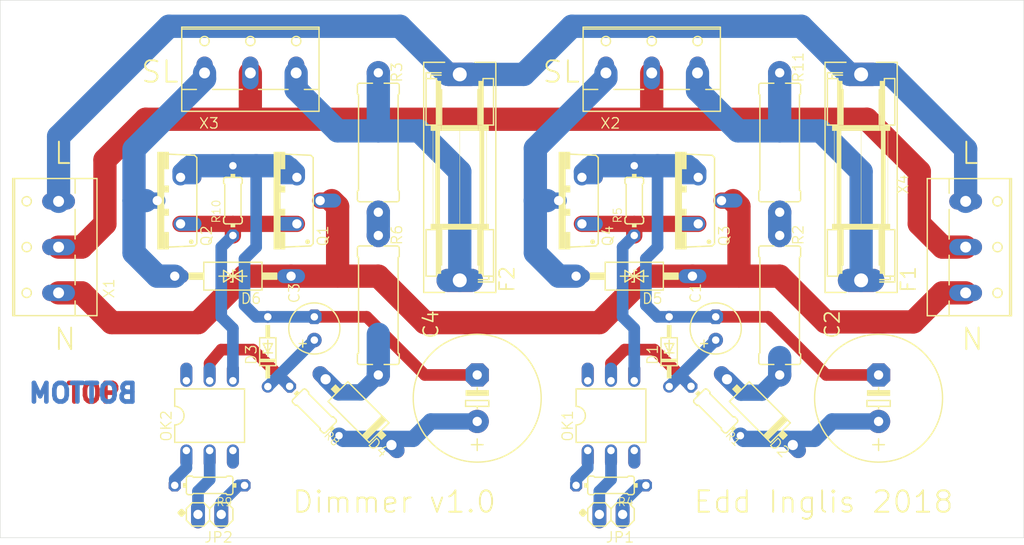
<source format=kicad_pcb>
(kicad_pcb (version 20211014) (generator pcbnew)
  (layers (0 "F.Cu" signal) (1 "In1.Cu" signal) (2 "In2.Cu" signal) (31 "B.Cu" signal) (34 "B.Paste" user) (35 "F.Paste" user) (36 "B.SilkS" user "B.Silkscreen") (37 "F.SilkS" user "F.Silkscreen") (38 "B.Mask" user) (39 "F.Mask" user) (44 "Edge.Cuts" user))
  (net 0 "")
  (net 1 "GND")
  (net 2 "N$7")
  (net 3 "N$8")
  (net 4 "N$9")
  (net 5 "N$10")
  (net 6 "N$3")
  (net 7 "N$12")
  (net 8 "V-")
  (net 9 "N$2")
  (net 10 "N$11")
  (net 11 "N$1")
  (net 12 "N$5")
  (net 13 "V+")
  (net 14 "N$13")
  (net 15 "N$14")
  (net 16 "N$15")
  (net 17 "N$16")
  (net 18 "N$17")
  (net 19 "N$18")
  (net 20 "N$20")
  (net 21 "N$21")
  (net 22 "N$22")
  (net 23 "N$4")
  (net 24 "N$19")
  (net 25 "N$6")
  (footprint "dimmerPower9:TO220BV_FWD" (layer "F.Cu") (at 122.4761 97.5361 90)
    (fp_text reference "Q1" (at -5.08 6.0452 90) (layer "F.SilkS") (effects (font (size 1.143 1.143) (thickness 0.127)) (justify left bottom)))
    (fp_text value "IRF740_FWD")
    (pad "D" thru_hole oval (at 0 5.08) (size 3.048 1.524) (drill 1.016 (offset 0.762 0)) (layers *.Cu *.Mask) (net 8 "V-"))
    (pad "G" thru_hole oval (at -2.54 2.54 180) (size 3.048 1.524) (drill 1.016 (offset 0.762 0)) (layers *.Cu *.Mask) (net 20 "N$20"))
    (pad "S" thru_hole oval (at 2.54 2.54 180) (size 3.048 1.524) (drill 1.016 (offset 0.762 0)) (layers *.Cu *.Mask) (net 21 "N$21"))
  )
  (footprint "dimmerPower9:0204_7" (layer "F.Cu") (at 126.9211 120.5231 135)
    (fp_text reference "R8" (at -2.54 -1.2954 135) (layer "F.SilkS") (effects (font (size 0.89154 0.89154) (thickness 0.09906)) (justify left bottom)))
    (fp_text value "100")
    (pad "1" thru_hole roundrect (at -3.81 0 135) (size 1.3208 1.3208) (drill 0.8128) (layers *.Cu *.Mask) (chamfer_ratio 0.25) (chamfer top_left top_right bottom_left bottom_right) (net 15 "N$14"))
    (pad "2" thru_hole roundrect (at 3.81 0 135) (size 1.3208 1.3208) (drill 0.8128) (layers *.Cu *.Mask) (chamfer_ratio 0.25) (chamfer top_left top_right bottom_left bottom_right) (net 16 "N$15"))
  )
  (footprint "dimmerPower9:W237-103" (layer "F.Cu") (at 163.7511 82.2961)
    (fp_text reference "X2" (at -5.6858 7.4622) (layer "F.SilkS") (effects (font (size 1.143 1.143) (thickness 0.127)) (justify left bottom)))
    (fp_text value "")
    (pad "1" thru_hole oval (at -5 1.29 90) (size 3.5814 1.7907) (drill 1.1938) (layers *.Cu *.Mask) (net 7 "N$12"))
    (pad "2" thru_hole oval (at 0 1.29 90) (size 3.5814 1.7907) (drill 1.1938) (layers *.Cu *.Mask) (net 1 "GND"))
    (pad "3" thru_hole oval (at 5 1.29 90) (size 3.5814 1.7907) (drill 1.1938) (layers *.Cu *.Mask) (net 12 "N$5"))
  )
  (footprint "dimmerPower9:TO220BV_FWD" (layer "F.Cu") (at 166.2911 97.5361 90)
    (fp_text reference "Q3" (at -5.08 6.0452 90) (layer "F.SilkS") (effects (font (size 1.143 1.143) (thickness 0.127)) (justify left bottom)))
    (fp_text value "IRF740_FWD")
    (pad "D" thru_hole oval (at 0 5.08) (size 3.048 1.524) (drill 1.016 (offset 0.762 0)) (layers *.Cu *.Mask) (net 8 "V-"))
    (pad "G" thru_hole oval (at -2.54 2.54 180) (size 3.048 1.524) (drill 1.016 (offset 0.762 0)) (layers *.Cu *.Mask) (net 10 "N$11"))
    (pad "S" thru_hole oval (at 2.54 2.54 180) (size 3.048 1.524) (drill 1.016 (offset 0.762 0)) (layers *.Cu *.Mask) (net 11 "N$1"))
  )
  (footprint "dimmerPower9:1X02" (layer "F.Cu") (at 159.3061 131.8261 180)
    (fp_text reference "JP1" (at -2.6162 -1.8288 180) (layer "F.SilkS") (effects (font (size 1.143 1.143) (thickness 0.127)) (justify right top)))
    (fp_text value "")
    (pad "1" thru_hole oval (at -1.27 0 270) (size 3.048 1.524) (drill 1.016) (layers *.Cu *.Mask) (net 9 "N$2"))
    (pad "2" thru_hole oval (at 1.27 0 270) (size 3.048 1.524) (drill 1.016) (layers *.Cu *.Mask) (net 23 "N$4"))
  )
  (footprint "dimmerPower9:DO34Z7" (layer "F.Cu") (at 121.8411 114.0461 90)
    (fp_text reference "D3" (at -1.524 -1.143 90) (layer "F.SilkS") (effects (font (size 1.143 1.143) (thickness 0.127)) (justify left bottom)))
    (fp_text value "BZX90")
    (pad "A" thru_hole circle (at 3.81 0 90) (size 1.3208 1.3208) (drill 0.8128) (layers *.Cu *.Mask) (net 21 "N$21"))
    (pad "C" thru_hole circle (at -3.81 0 90) (size 1.3208 1.3208) (drill 0.8128) (layers *.Cu *.Mask) (net 16 "N$15"))
  )
  (footprint "dimmerPower9:1X02" (layer "F.Cu") (at 115.4911 131.8261 180)
    (fp_text reference "JP2" (at -2.6162 -1.8288 180) (layer "F.SilkS") (effects (font (size 1.143 1.143) (thickness 0.127)) (justify right top)))
    (fp_text value "")
    (pad "1" thru_hole oval (at -1.27 0 270) (size 3.048 1.524) (drill 1.016) (layers *.Cu *.Mask) (net 19 "N$18"))
    (pad "2" thru_hole oval (at 1.27 0 270) (size 3.048 1.524) (drill 1.016) (layers *.Cu *.Mask) (net 24 "N$19"))
  )
  (footprint "" (layer "F.Cu") (at 97.7111 81.0261)
    (fp_text reference "@HOLE0" hide)
    (fp_text value "" (at 0 0) (layer "F.SilkS") (effects (font (size 1.27 1.27))))
    (pad "" np_thru_hole circle (at 0 0) (size 4.064 4.064) (drill 4.064) (layers *.Cu *.Mask))
  )
  (footprint "dimmerPower9:E5-13" (layer "F.Cu") (at 188.5161 119.1261 90)
    (fp_text reference "C2" (at 6.3754 -4.1148 90) (layer "F.SilkS") (effects (font (size 1.6002 1.6002) (thickness 0.1778)) (justify left bottom)))
    (fp_text value "47uF 250v")
    (pad "+" thru_hole circle (at -2.54 0 90) (size 2.54 2.54) (drill 1.016) (layers *.Cu *.Mask) (net 4 "N$9"))
    (pad "-" thru_hole roundrect (at 2.54 0 90) (size 2.54 2.54) (drill 1.016) (layers *.Cu *.Mask) (chamfer_ratio 0.25) (chamfer top_left top_right bottom_left bottom_right) (net 11 "N$1"))
  )
  (footprint "dimmerPower9:E2,5-6" (layer "F.Cu") (at 170.7361 111.5061 90)
    (fp_text reference "C1" (at 2.667 -1.524 90) (layer "F.SilkS") (effects (font (size 1.143 1.143) (thickness 0.127)) (justify left bottom)))
    (fp_text value "47uF 16v")
    (pad "+" thru_hole circle (at -1.27 0 90) (size 1.6002 1.6002) (drill 0.8128) (layers *.Cu *.Mask) (net 5 "N$10"))
    (pad "-" thru_hole roundrect (at 1.27 0 90) (size 1.6002 1.6002) (drill 0.8128) (layers *.Cu *.Mask) (chamfer_ratio 0.25) (chamfer top_left top_right bottom_left bottom_right) (net 11 "N$1"))
  )
  (footprint "" (layer "F.Cu") (at 199.3111 129.2861)
    (fp_text reference "@HOLE3" hide)
    (fp_text value "" (at 0 0) (layer "F.SilkS") (effects (font (size 1.27 1.27))))
    (pad "" np_thru_hole circle (at 0 0) (size 4.064 4.064) (drill 4.064) (layers *.Cu *.Mask))
  )
  (footprint "dimmerPower9:P0613_15" (layer "F.Cu") (at 133.9061 91.1861 -90)
    (fp_text reference "R3" (at -6.477 -2.6924 -90) (layer "F.SilkS") (effects (font (size 1.143 1.143) (thickness 0.127)) (justify left bottom)))
    (fp_text value "15k")
    (pad "1" thru_hole circle (at -7.62 0 270) (size 2.54 2.54) (drill 1.016) (layers *.Cu *.Mask) (net 22 "N$22"))
    (pad "2" thru_hole circle (at 7.62 0 270) (size 2.54 2.54) (drill 1.016) (layers *.Cu *.Mask) (net 25 "N$6"))
  )
  (footprint "dimmerPower9:E2,5-6" (layer "F.Cu") (at 126.9211 111.5061 90)
    (fp_text reference "C3" (at 2.667 -1.524 90) (layer "F.SilkS") (effects (font (size 1.143 1.143) (thickness 0.127)) (justify left bottom)))
    (fp_text value "47uF 16v")
    (pad "+" thru_hole circle (at -1.27 0 90) (size 1.6002 1.6002) (drill 0.8128) (layers *.Cu *.Mask) (net 16 "N$15"))
    (pad "-" thru_hole roundrect (at 1.27 0 90) (size 1.6002 1.6002) (drill 0.8128) (layers *.Cu *.Mask) (chamfer_ratio 0.25) (chamfer top_left top_right bottom_left bottom_right) (net 21 "N$21"))
  )
  (footprint "dimmerPower9:P0613_15" (layer "F.Cu") (at 177.7211 108.9661 -90)
    (fp_text reference "R2" (at -6.477 -2.6924 -90) (layer "F.SilkS") (effects (font (size 1.143 1.143) (thickness 0.127)) (justify left bottom)))
    (fp_text value "15k")
    (pad "1" thru_hole circle (at -7.62 0 270) (size 2.54 2.54) (drill 1.016) (layers *.Cu *.Mask) (net 2 "N$7"))
    (pad "2" thru_hole circle (at 7.62 0 270) (size 2.54 2.54) (drill 1.016) (layers *.Cu *.Mask) (net 3 "N$8"))
  )
  (footprint "dimmerPower9:F126Z12" (layer "F.Cu") (at 161.8461 105.7911 180)
    (fp_text reference "D5" (at -3.175 -1.778 180) (layer "F.SilkS") (effects (font (size 1.143 1.143) (thickness 0.127)) (justify right top)))
    (fp_text value "BZW04XXB")
    (pad "A" thru_hole oval (at 6.35 0 180) (size 3.048 1.524) (drill 1.016) (layers *.Cu *.Mask) (net 7 "N$12"))
    (pad "C" thru_hole oval (at -6.35 0 180) (size 3.048 1.524) (drill 1.016) (layers *.Cu *.Mask) (net 8 "V-"))
  )
  (footprint "dimmerPower9:SH22,5" (layer "F.Cu") (at 186.6111 94.9961 90)
    (fp_text reference "F1" (at -12.7 6.096 90) (layer "F.SilkS") (effects (font (size 1.6002 1.6002) (thickness 0.1778)) (justify left bottom)))
    (fp_text value "")
    (pad "1" thru_hole oval (at -11.2522 0 180) (size 5.08 2.54) (drill 1.524) (layers *.Cu *.Mask) (net 12 "N$5"))
    (pad "2" thru_hole oval (at 11.2522 0 180) (size 5.08 2.54) (drill 1.524) (layers *.Cu *.Mask) (net 13 "V+"))
  )
  (footprint "dimmerPower9:P1-10" (layer "F.Cu") (at 131.7471 120.6501 135)
    (fp_text reference "D4" (at -3.048 -1.905 135) (layer "F.SilkS") (effects (font (size 1.143 1.143) (thickness 0.127)) (justify left bottom)))
    (fp_text value "BA157")
    (pad "A" thru_hole oval (at 5.08 0 135) (size 3.3528 1.6764) (drill 1.1176) (layers *.Cu *.Mask) (net 14 "N$13"))
    (pad "C" thru_hole oval (at -5.08 0 135) (size 3.3528 1.6764) (drill 1.1176) (layers *.Cu *.Mask) (net 15 "N$14"))
  )
  (footprint "dimmerPower9:TO220BV_BACK" (layer "F.Cu") (at 153.5911 97.5361 90)
    (fp_text reference "Q4" (at -5.08 6.0452 90) (layer "F.SilkS") (effects (font (size 1.143 1.143) (thickness 0.127)) (justify left bottom)))
    (fp_text value "IRF740_BACK")
    (pad "D" thru_hole oval (at 0 0 180) (size 3.048 1.524) (drill 1.016 (offset 0.762 0)) (layers *.Cu *.Mask) (net 7 "N$12"))
    (pad "G" thru_hole oval (at -2.54 2.54) (size 3.048 1.524) (drill 1.016 (offset 0.762 0)) (layers *.Cu *.Mask) (net 10 "N$11"))
    (pad "S" thru_hole oval (at 2.54 2.54) (size 3.048 1.524) (drill 1.016 (offset 0.762 0)) (layers *.Cu *.Mask) (net 11 "N$1"))
  )
  (footprint "dimmerPower9:0204_7" (layer "F.Cu") (at 159.3061 128.6511 180)
    (fp_text reference "R4" (at -2.54 -1.2954 180) (layer "F.SilkS") (effects (font (size 0.89154 0.89154) (thickness 0.09906)) (justify right top)))
    (fp_text value "430")
    (pad "1" thru_hole roundrect (at -3.81 0 180) (size 1.3208 1.3208) (drill 0.8128) (layers *.Cu *.Mask) (chamfer_ratio 0.25) (chamfer top_left top_right bottom_left bottom_right) (net 9 "N$2"))
    (pad "2" thru_hole roundrect (at 3.81 0 180) (size 1.3208 1.3208) (drill 0.8128) (layers *.Cu *.Mask) (chamfer_ratio 0.25) (chamfer top_left top_right bottom_left bottom_right) (net 6 "N$3"))
  )
  (footprint "dimmerPower9:E5-13" (layer "F.Cu") (at 144.7011 119.1261 90)
    (fp_text reference "C4" (at 6.3754 -4.1148 90) (layer "F.SilkS") (effects (font (size 1.6002 1.6002) (thickness 0.1778)) (justify left bottom)))
    (fp_text value "47uF 250v")
    (pad "+" thru_hole circle (at -2.54 0 90) (size 2.54 2.54) (drill 1.016) (layers *.Cu *.Mask) (net 15 "N$14"))
    (pad "-" thru_hole roundrect (at 2.54 0 90) (size 2.54 2.54) (drill 1.016) (layers *.Cu *.Mask) (chamfer_ratio 0.25) (chamfer top_left top_right bottom_left bottom_right) (net 21 "N$21"))
  )
  (footprint "dimmerPower9:DIL06" (layer "F.Cu") (at 115.4911 121.0311)
    (fp_text reference "OK2" (at -4.064 2.921 90) (layer "F.SilkS") (effects (font (size 1.143 1.143) (thickness 0.127)) (justify left bottom)))
    (fp_text value "4N35")
    (pad "1" thru_hole oval (at -2.54 3.81 270) (size 2.6416 1.3208) (drill 0.8128 (offset 0.6604 0)) (layers *.Cu *.Mask) (net 17 "N$16"))
    (pad "2" thru_hole oval (at 0 3.81 270) (size 2.6416 1.3208) (drill 0.8128 (offset 0.6604 0)) (layers *.Cu *.Mask) (net 24 "N$19"))
    (pad "3" thru_hole oval (at 2.54 3.81 270) (size 2.6416 1.3208) (drill 0.8128 (offset 0.6604 0)) (layers *.Cu *.Mask))
    (pad "4" thru_hole oval (at 2.54 -3.81 90) (size 2.6416 1.3208) (drill 0.8128 (offset 0.6604 0)) (layers *.Cu *.Mask) (net 20 "N$20"))
    (pad "5" thru_hole oval (at 0 -3.81 90) (size 2.6416 1.3208) (drill 0.8128 (offset 0.6604 0)) (layers *.Cu *.Mask) (net 16 "N$15"))
    (pad "6" thru_hole oval (at -2.54 -3.81 90) (size 2.6416 1.3208) (drill 0.8128 (offset 0.6604 0)) (layers *.Cu *.Mask))
  )
  (footprint "dimmerPower9:0204_7" (layer "F.Cu") (at 115.4911 128.6511 180)
    (fp_text reference "R9" (at -2.54 -1.2954 180) (layer "F.SilkS") (effects (font (size 0.89154 0.89154) (thickness 0.09906)) (justify right top)))
    (fp_text value "430")
    (pad "1" thru_hole roundrect (at -3.81 0 180) (size 1.3208 1.3208) (drill 0.8128) (layers *.Cu *.Mask) (chamfer_ratio 0.25) (chamfer top_left top_right bottom_left bottom_right) (net 19 "N$18"))
    (pad "2" thru_hole roundrect (at 3.81 0 180) (size 1.3208 1.3208) (drill 0.8128) (layers *.Cu *.Mask) (chamfer_ratio 0.25) (chamfer top_left top_right bottom_left bottom_right) (net 17 "N$16"))
  )
  (footprint "dimmerPower9:0204_7" (layer "F.Cu") (at 161.8461 97.5361 90)
    (fp_text reference "R5" (at -2.54 -1.2954 90) (layer "F.SilkS") (effects (font (size 0.89154 0.89154) (thickness 0.09906)) (justify left bottom)))
    (fp_text value "10k")
    (pad "1" thru_hole roundrect (at -3.81 0 90) (size 1.3208 1.3208) (drill 0.8128) (layers *.Cu *.Mask) (chamfer_ratio 0.25) (chamfer top_left top_right bottom_left bottom_right) (net 10 "N$11"))
    (pad "2" thru_hole roundrect (at 3.81 0 90) (size 1.3208 1.3208) (drill 0.8128) (layers *.Cu *.Mask) (chamfer_ratio 0.25) (chamfer top_left top_right bottom_left bottom_right) (net 11 "N$1"))
  )
  (footprint "dimmerPower9:W237-103" (layer "F.Cu") (at 97.7111 102.6161 90)
    (fp_text reference "X1" (at -5.6858 7.4622 90) (layer "F.SilkS") (effects (font (size 1.143 1.143) (thickness 0.127)) (justify left bottom)))
    (fp_text value "")
    (pad "1" thru_hole oval (at -5 1.29 180) (size 3.5814 1.7907) (drill 1.1938) (layers *.Cu *.Mask) (net 8 "V-"))
    (pad "2" thru_hole oval (at 0 1.29 180) (size 3.5814 1.7907) (drill 1.1938) (layers *.Cu *.Mask) (net 1 "GND"))
    (pad "3" thru_hole oval (at 5 1.29 180) (size 3.5814 1.7907) (drill 1.1938) (layers *.Cu *.Mask) (net 13 "V+"))
  )
  (footprint "dimmerPower9:W237-103" (layer "F.Cu") (at 119.9361 82.2961)
    (fp_text reference "X3" (at -5.6858 7.4622) (layer "F.SilkS") (effects (font (size 1.143 1.143) (thickness 0.127)) (justify left bottom)))
    (fp_text value "")
    (pad "1" thru_hole oval (at -5 1.29 90) (size 3.5814 1.7907) (drill 1.1938) (layers *.Cu *.Mask) (net 18 "N$17"))
    (pad "2" thru_hole oval (at 0 1.29 90) (size 3.5814 1.7907) (drill 1.1938) (layers *.Cu *.Mask) (net 1 "GND"))
    (pad "3" thru_hole oval (at 5 1.29 90) (size 3.5814 1.7907) (drill 1.1938) (layers *.Cu *.Mask) (net 22 "N$22"))
  )
  (footprint "dimmerPower9:DIL06" (layer "F.Cu") (at 159.3061 121.0311)
    (fp_text reference "OK1" (at -4.064 2.921 90) (layer "F.SilkS") (effects (font (size 1.143 1.143) (thickness 0.127)) (justify left bottom)))
    (fp_text value "4N35")
    (pad "1" thru_hole oval (at -2.54 3.81 270) (size 2.6416 1.3208) (drill 0.8128 (offset 0.6604 0)) (layers *.Cu *.Mask) (net 6 "N$3"))
    (pad "2" thru_hole oval (at 0 3.81 270) (size 2.6416 1.3208) (drill 0.8128 (offset 0.6604 0)) (layers *.Cu *.Mask) (net 23 "N$4"))
    (pad "3" thru_hole oval (at 2.54 3.81 270) (size 2.6416 1.3208) (drill 0.8128 (offset 0.6604 0)) (layers *.Cu *.Mask))
    (pad "4" thru_hole oval (at 2.54 -3.81 90) (size 2.6416 1.3208) (drill 0.8128 (offset 0.6604 0)) (layers *.Cu *.Mask) (net 10 "N$11"))
    (pad "5" thru_hole oval (at 0 -3.81 90) (size 2.6416 1.3208) (drill 0.8128 (offset 0.6604 0)) (layers *.Cu *.Mask) (net 5 "N$10"))
    (pad "6" thru_hole oval (at -2.54 -3.81 90) (size 2.6416 1.3208) (drill 0.8128 (offset 0.6604 0)) (layers *.Cu *.Mask))
  )
  (footprint "dimmerPower9:P1-10" (layer "F.Cu") (at 175.5621 120.6501 135)
    (fp_text reference "D2" (at -3.048 -1.905 135) (layer "F.SilkS") (effects (font (size 1.143 1.143) (thickness 0.127)) (justify left bottom)))
    (fp_text value "BA157")
    (pad "A" thru_hole oval (at 5.08 0 135) (size 3.3528 1.6764) (drill 1.1176) (layers *.Cu *.Mask) (net 3 "N$8"))
    (pad "C" thru_hole oval (at -5.08 0 135) (size 3.3528 1.6764) (drill 1.1176) (layers *.Cu *.Mask) (net 4 "N$9"))
  )
  (footprint "dimmerPower9:F126Z12" (layer "F.Cu") (at 118.0311 105.7911 180)
    (fp_text reference "D6" (at -3.175 -1.778 180) (layer "F.SilkS") (effects (font (size 1.143 1.143) (thickness 0.127)) (justify right top)))
    (fp_text value "BZW04XXB")
    (pad "A" thru_hole oval (at 6.35 0 180) (size 3.048 1.524) (drill 1.016) (layers *.Cu *.Mask) (net 18 "N$17"))
    (pad "C" thru_hole oval (at -6.35 0 180) (size 3.048 1.524) (drill 1.016) (layers *.Cu *.Mask) (net 8 "V-"))
  )
  (footprint "dimmerPower9:0204_7" (layer "F.Cu") (at 170.7361 120.5231 135)
    (fp_text reference "R1" (at -2.54 -1.2954 135) (layer "F.SilkS") (effects (font (size 0.89154 0.89154) (thickness 0.09906)) (justify left bottom)))
    (fp_text value "100")
    (pad "1" thru_hole roundrect (at -3.81 0 135) (size 1.3208 1.3208) (drill 0.8128) (layers *.Cu *.Mask) (chamfer_ratio 0.25) (chamfer top_left top_right bottom_left bottom_right) (net 4 "N$9"))
    (pad "2" thru_hole roundrect (at 3.81 0 135) (size 1.3208 1.3208) (drill 0.8128) (layers *.Cu *.Mask) (chamfer_ratio 0.25) (chamfer top_left top_right bottom_left bottom_right) (net 5 "N$10"))
  )
  (footprint "dimmerPower9:P0613_15" (layer "F.Cu") (at 177.7211 91.1861 -90)
    (fp_text reference "R11" (at -6.477 -2.6924 -90) (layer "F.SilkS") (effects (font (size 1.143 1.143) (thickness 0.127)) (justify left bottom)))
    (fp_text value "15k")
    (pad "1" thru_hole circle (at -7.62 0 270) (size 2.54 2.54) (drill 1.016) (layers *.Cu *.Mask) (net 12 "N$5"))
    (pad "2" thru_hole circle (at 7.62 0 270) (size 2.54 2.54) (drill 1.016) (layers *.Cu *.Mask) (net 2 "N$7"))
  )
  (footprint "dimmerPower9:W237-103" (layer "F.Cu") (at 199.3111 102.6161 -90)
    (fp_text reference "X4" (at -5.6858 7.4622 -90) (layer "F.SilkS") (effects (font (size 1.143 1.143) (thickness 0.127)) (justify left bottom)))
    (fp_text value "")
    (pad "1" thru_hole oval (at -5 1.29) (size 3.5814 1.7907) (drill 1.1938) (layers *.Cu *.Mask) (net 13 "V+"))
    (pad "2" thru_hole oval (at 0 1.29) (size 3.5814 1.7907) (drill 1.1938) (layers *.Cu *.Mask) (net 1 "GND"))
    (pad "3" thru_hole oval (at 5 1.29) (size 3.5814 1.7907) (drill 1.1938) (layers *.Cu *.Mask) (net 8 "V-"))
  )
  (footprint "dimmerPower9:0204_7" (layer "F.Cu") (at 118.0311 97.5361 90)
    (fp_text reference "R10" (at -2.54 -1.2954 90) (layer "F.SilkS") (effects (font (size 0.89154 0.89154) (thickness 0.09906)) (justify left bottom)))
    (fp_text value "10k")
    (pad "1" thru_hole roundrect (at -3.81 0 90) (size 1.3208 1.3208) (drill 0.8128) (layers *.Cu *.Mask) (chamfer_ratio 0.25) (chamfer top_left top_right bottom_left bottom_right) (net 20 "N$20"))
    (pad "2" thru_hole roundrect (at 3.81 0 90) (size 1.3208 1.3208) (drill 0.8128) (layers *.Cu *.Mask) (chamfer_ratio 0.25) (chamfer top_left top_right bottom_left bottom_right) (net 21 "N$21"))
  )
  (footprint "dimmerPower9:SH22,5" (layer "F.Cu") (at 142.7961 94.9961 90)
    (fp_text reference "F2" (at -12.7 6.096 90) (layer "F.SilkS") (effects (font (size 1.6002 1.6002) (thickness 0.1778)) (justify left bottom)))
    (fp_text value "")
    (pad "1" thru_hole oval (at -11.2522 0 180) (size 5.08 2.54) (drill 1.524) (layers *.Cu *.Mask) (net 22 "N$22"))
    (pad "2" thru_hole oval (at 11.2522 0 180) (size 5.08 2.54) (drill 1.524) (layers *.Cu *.Mask) (net 13 "V+"))
  )
  (footprint "" (layer "F.Cu") (at 199.3111 81.0261)
    (fp_text reference "@HOLE1" hide)
    (fp_text value "" (at 0 0) (layer "F.SilkS") (effects (font (size 1.27 1.27))))
    (pad "" np_thru_hole circle (at 0 0) (size 4.064 4.064) (drill 4.064) (layers *.Cu *.Mask))
  )
  (footprint "dimmerPower9:P0613_15" (layer "F.Cu") (at 133.9061 108.9661 -90)
    (fp_text reference "R6" (at -6.477 -2.6924 -90) (layer "F.SilkS") (effects (font (size 1.143 1.143) (thickness 0.127)) (justify left bottom)))
    (fp_text value "15k")
    (pad "1" thru_hole circle (at -7.62 0 270) (size 2.54 2.54) (drill 1.016) (layers *.Cu *.Mask) (net 25 "N$6"))
    (pad "2" thru_hole circle (at 7.62 0 270) (size 2.54 2.54) (drill 1.016) (layers *.Cu *.Mask) (net 14 "N$13"))
  )
  (footprint "" (layer "F.Cu") (at 97.7111 129.2861)
    (fp_text reference "@HOLE2" hide)
    (fp_text value "" (at 0 0) (layer "F.SilkS") (effects (font (size 1.27 1.27))))
    (pad "" np_thru_hole circle (at 0 0) (size 4.064 4.064) (drill 4.064) (layers *.Cu *.Mask))
  )
  (footprint "dimmerPower9:TO220BV_BACK" (layer "F.Cu") (at 109.7761 97.5361 90)
    (fp_text reference "Q2" (at -5.08 6.0452 90) (layer "F.SilkS") (effects (font (size 1.143 1.143) (thickness 0.127)) (justify left bottom)))
    (fp_text value "IRF740_BACK")
    (pad "D" thru_hole oval (at 0 0 180) (size 3.048 1.524) (drill 1.016 (offset 0.762 0)) (layers *.Cu *.Mask) (net 18 "N$17"))
    (pad "G" thru_hole oval (at -2.54 2.54) (size 3.048 1.524) (drill 1.016 (offset 0.762 0)) (layers *.Cu *.Mask) (net 20 "N$20"))
    (pad "S" thru_hole oval (at 2.54 2.54) (size 3.048 1.524) (drill 1.016 (offset 0.762 0)) (layers *.Cu *.Mask) (net 21 "N$21"))
  )
  (footprint "dimmerPower9:DO34Z7" (layer "F.Cu") (at 165.6561 114.0461 90)
    (fp_text reference "D1" (at -1.524 -1.143 90) (layer "F.SilkS") (effects (font (size 1.143 1.143) (thickness 0.127)) (justify left bottom)))
    (fp_text value "BZX90")
    (pad "A" thru_hole circle (at 3.81 0 90) (size 1.3208 1.3208) (drill 0.8128) (layers *.Cu *.Mask) (net 11 "N$1"))
    (pad "C" thru_hole circle (at -3.81 0 90) (size 1.3208 1.3208) (drill 0.8128) (layers *.Cu *.Mask) (net 5 "N$10"))
  )
  (gr_line (start 92.6311 75.6411) (end 92.6311 134.3661) (layer "Edge.Cuts") (width 0.05))
  (gr_line (start 92.6311 134.3661) (end 204.3711 134.3661) (layer "Edge.Cuts") (width 0.05))
  (gr_line (start 204.3711 75.6411) (end 92.6311 75.6411) (layer "Edge.Cuts") (width 0.05))
  (gr_line (start 204.3711 134.3661) (end 204.3711 75.6411) (layer "Edge.Cuts") (width 0.05))
  (gr_text "TOP" (at 99.6161 119.7611) (layer "F.Cu") (effects (font (size 2.032 2.032) (thickness 0.508)) (justify left bottom)))
  (gr_text "BOTTOM" (at 107.8711 119.7611) (layer "B.Cu") (effects (font (size 2.032 2.032) (thickness 0.508)) (justify left bottom mirror)))
  (gr_text "L" (at 197.4061 93.7261) (layer "F.SilkS") (effects (font (size 2.3368 2.3368) (thickness 0.2032)) (justify left bottom)))
  (gr_text "." (at 154.8611 132.4611) (layer "F.SilkS") (effects (font (size 4.6736 4.6736) (thickness 0.4064)) (justify left bottom)))
  (gr_text "SL" (at 151.6861 84.8361) (layer "F.SilkS") (effects (font (size 2.3368 2.3368) (thickness 0.2032)) (justify left bottom)))
  (gr_text "N" (at 98.3461 114.0461) (layer "F.SilkS") (effects (font (size 2.3368 2.3368) (thickness 0.2032)) (justify left bottom)))
  (gr_text "Dimmer v1.0" (at 124.3811 131.8261) (layer "F.SilkS") (effects (font (size 2.3368 2.3368) (thickness 0.2032)) (justify left bottom)))
  (gr_text "L" (at 98.3461 93.7261) (layer "F.SilkS") (effects (font (size 2.3368 2.3368) (thickness 0.2032)) (justify left bottom)))
  (gr_text "." (at 111.0461 132.4611) (layer "F.SilkS") (effects (font (size 4.6736 4.6736) (thickness 0.4064)) (justify left bottom)))
  (gr_text "Edd Inglis 2018" (at 168.1961 131.8261) (layer "F.SilkS") (effects (font (size 2.3368 2.3368) (thickness 0.2032)) (justify left bottom)))
  (gr_text "N" (at 197.4061 114.0461) (layer "F.SilkS") (effects (font (size 2.3368 2.3368) (thickness 0.2032)) (justify left bottom)))
  (gr_text "SL" (at 107.8711 84.8361) (layer "F.SilkS") (effects (font (size 2.3368 2.3368) (thickness 0.2032)) (justify left bottom)))
  (segment (start 104.0611 93.0911) (end 104.0611 100.0761) (width 2.54) (layer "F.Cu") (net 1))
  (segment (start 192.9611 94.3611) (end 187.2461 88.6461) (width 2.54) (layer "F.Cu") (net 1))
  (segment (start 119.9361 83.5861) (end 119.9361 88.6461) (width 2.54) (layer "F.Cu") (net 1))
  (segment (start 101.5211 102.6161) (end 99.0011 102.6161) (width 2.54) (layer "F.Cu") (net 1))
  (segment (start 104.0611 100.0761) (end 101.5211 102.6161) (width 2.54) (layer "F.Cu") (net 1))
  (segment (start 187.2461 88.6461) (end 163.7511 88.6461) (width 2.54) (layer "F.Cu") (net 1))
  (segment (start 108.5061 88.6461) (end 104.0611 93.0911) (width 2.54) (layer "F.Cu") (net 1))
  (segment (start 192.9611 94.3611) (end 192.9611 100.0761) (width 2.54) (layer "F.Cu") (net 1))
  (segment (start 119.9361 88.6461) (end 108.5061 88.6461) (width 2.54) (layer "F.Cu") (net 1))
  (segment (start 163.7511 88.6461) (end 119.9361 88.6461) (width 2.54) (layer "F.Cu") (net 1))
  (segment (start 163.7511 83.5861) (end 163.7511 88.6461) (width 2.54) (layer "F.Cu") (net 1))
  (segment (start 198.0211 102.6161) (end 195.5011 102.6161) (width 2.54) (layer "F.Cu") (net 1))
  (segment (start 195.5011 102.6161) (end 192.9611 100.0761) (width 2.54) (layer "F.Cu") (net 1))
  (segment (start 177.7211 98.8061) (end 177.7211 101.3461) (width 2.54) (layer "B.Cu") (net 2))
  (segment (start 177.7211 116.5861) (end 177.7211 114.6811) (width 2.54) (layer "B.Cu") (net 3))
  (segment (start 173.505109 118.525107) (end 175.782093 118.525107) (width 1.778) (layer "B.Cu") (net 3))
  (segment (start 172.004003 117.024) (end 173.505109 118.525107) (width 1.778) (layer "B.Cu") (net 3))
  (segment (start 177.7211 116.5861) (end 175.782093 118.525107) (width 1.778) (layer "B.Cu") (net 3))
  (segment (start 183.4361 121.6661) (end 181.5311 123.5711) (width 1.778) (layer "B.Cu") (net 4))
  (segment (start 173.430175 123.217179) (end 173.784096 123.5711) (width 1.778) (layer "B.Cu") (net 4))
  (segment (start 181.5311 123.5711) (end 178.551103 123.5711) (width 1.778) (layer "B.Cu") (net 4))
  (segment (start 178.551103 123.5711) (end 179.1882 124.208197) (width 1.778) (layer "B.Cu") (net 4))
  (segment (start 178.551103 123.5711) (end 173.784096 123.5711) (width 1.778) (layer "B.Cu") (net 4))
  (segment (start 183.4361 121.6661) (end 188.5161 121.6661) (width 1.778) (layer "B.Cu") (net 4))
  (segment (start 159.3061 115.3161) (end 159.3061 117.2211) (width 1.27) (layer "F.Cu") (net 5))
  (segment (start 168.042021 117.829025) (end 164.030496 113.8175) (width 1.27) (layer "F.Cu") (net 5))
  (segment (start 160.8047 113.8175) (end 159.3061 115.3161) (width 1.27) (layer "F.Cu") (net 5))
  (segment (start 164.030496 113.8175) (end 160.8047 113.8175) (width 1.27) (layer "F.Cu") (net 5))
  (segment (start 166.9261 116.5861) (end 170.7361 112.7761) (width 1.27) (layer "B.Cu") (net 5))
  (segment (start 165.6561 117.8561) (end 166.9261 116.5861) (width 1.27) (layer "B.Cu") (net 5))
  (segment (start 168.042021 117.829025) (end 166.9261 116.713104) (width 1.27) (layer "B.Cu") (net 5))
  (segment (start 166.9261 116.713104) (end 166.9261 116.5861) (width 1.27) (layer "B.Cu") (net 5))
  (segment (start 156.7661 124.8411) (end 156.7661 126.7461) (width 1.27) (layer "B.Cu") (net 6))
  (segment (start 156.7661 126.7461) (end 155.4961 128.0161) (width 1.27) (layer "B.Cu") (net 6))
  (segment (start 155.4961 128.0161) (end 155.4961 128.6511) (width 1.27) (layer "B.Cu") (net 6))
  (segment (start 153.5911 97.5361) (end 152.3211 97.5361) (width 1.778) (layer "B.Cu") (net 7))
  (segment (start 155.4961 105.7911) (end 153.5911 105.7911) (width 2.54) (layer "B.Cu") (net 7))
  (segment (start 151.0511 103.2511) (end 153.5911 105.7911) (width 2.54) (layer "B.Cu") (net 7))
  (segment (start 152.3211 97.5361) (end 151.0511 97.5361) (width 2.54) (layer "B.Cu") (net 7))
  (segment (start 151.0511 91.8211) (end 151.0511 97.5361) (width 2.54) (layer "B.Cu") (net 7))
  (segment (start 151.0511 97.5361) (end 151.0511 103.2511) (width 2.54) (layer "B.Cu") (net 7))
  (segment (start 158.7511 84.1211) (end 151.0511 91.8211) (width 2.54) (layer "B.Cu") (net 7))
  (segment (start 158.7511 83.5861) (end 158.7511 84.1211) (width 2.54) (layer "B.Cu") (net 7))
  (segment (start 129.4611 105.7911) (end 133.9061 105.7911) (width 2.54) (layer "F.Cu") (net 8))
  (segment (start 173.2761 98.1711) (end 173.2761 105.7911) (width 2.54) (layer "F.Cu") (net 8))
  (segment (start 158.0361 110.8711) (end 138.9861 110.8711) (width 2.54) (layer "F.Cu") (net 8))
  (segment (start 128.8261 97.5361) (end 127.5561 97.5361) (width 1.778) (layer "F.Cu") (net 8))
  (segment (start 129.4611 105.7911) (end 124.3811 105.7911) (width 2.54) (layer "F.Cu") (net 8))
  (segment (start 129.4611 98.1711) (end 129.4611 105.7911) (width 2.54) (layer "F.Cu") (net 8))
  (segment (start 104.7961 110.8711) (end 101.5411 107.6161) (width 2.54) (layer "F.Cu") (net 8))
  (segment (start 124.3811 105.7911) (end 119.3011 105.7911) (width 2.54) (layer "F.Cu") (net 8))
  (segment (start 182.7211 110.7911) (end 177.7211 105.7911) (width 2.54) (layer "F.Cu") (net 8))
  (segment (start 129.4611 98.1711) (end 128.8261 97.5361) (width 2.54) (layer "F.Cu") (net 8))
  (segment (start 114.2211 110.8711) (end 104.7961 110.8711) (width 2.54) (layer "F.Cu") (net 8))
  (segment (start 101.5411 107.6161) (end 99.0011 107.6161) (width 2.54) (layer "F.Cu") (net 8))
  (segment (start 172.6411 97.5361) (end 171.3711 97.5361) (width 1.778) (layer "F.Cu") (net 8))
  (segment (start 168.1961 105.7911) (end 163.1161 105.7911) (width 2.54) (layer "F.Cu") (net 8))
  (segment (start 198.0211 107.6161) (end 195.4811 107.6161) (width 2.54) (layer "F.Cu") (net 8))
  (segment (start 192.3061 110.7911) (end 182.7211 110.7911) (width 2.54) (layer "F.Cu") (net 8))
  (segment (start 173.2761 98.1711) (end 172.6411 97.5361) (width 2.54) (layer "F.Cu") (net 8))
  (segment (start 173.2761 105.7911) (end 177.7211 105.7911) (width 2.54) (layer "F.Cu") (net 8))
  (segment (start 173.2761 105.7911) (end 168.1961 105.7911) (width 2.54) (layer "F.Cu") (net 8))
  (segment (start 195.4811 107.6161) (end 192.3061 110.7911) (width 2.54) (layer "F.Cu") (net 8))
  (segment (start 114.2211 110.8711) (end 119.3011 105.7911) (width 2.54) (layer "F.Cu") (net 8))
  (segment (start 158.0361 110.8711) (end 163.1161 105.7911) (width 2.54) (layer "F.Cu") (net 8))
  (segment (start 138.9861 110.8711) (end 133.9061 105.7911) (width 2.54) (layer "F.Cu") (net 8))
  (segment (start 163.1161 128.6511) (end 162.4811 128.6511) (width 1.27) (layer "B.Cu") (net 9))
  (segment (start 160.5761 130.5561) (end 160.5761 131.8261) (width 1.27) (layer "B.Cu") (net 9))
  (segment (start 162.4811 128.6511) (end 160.5761 130.5561) (width 1.27) (layer "B.Cu") (net 9))
  (segment (start 168.8311 100.0761) (end 161.8461 100.0761) (width 1.778) (layer "F.Cu") (net 10))
  (segment (start 161.8461 100.0761) (end 156.1311 100.0761) (width 1.778) (layer "F.Cu") (net 10))
  (segment (start 161.8461 100.0761) (end 161.8461 101.3461) (width 1.778) (layer "F.Cu") (net 10))
  (segment (start 160.5761 102.6161) (end 160.5761 110.2361) (width 1.27) (layer "B.Cu") (net 10))
  (segment (start 161.8461 111.5061) (end 161.8461 117.2211) (width 1.27) (layer "B.Cu") (net 10))
  (segment (start 161.8461 101.3461) (end 160.5761 102.6161) (width 1.27) (layer "B.Cu") (net 10))
  (segment (start 161.8461 111.5061) (end 160.5761 110.2361) (width 1.27) (layer "B.Cu") (net 10))
  (segment (start 170.7361 110.2361) (end 176.4511 110.2361) (width 1.27) (layer "F.Cu") (net 11))
  (segment (start 182.8011 116.5861) (end 188.5161 116.5861) (width 1.27) (layer "F.Cu") (net 11))
  (segment (start 182.8011 116.5861) (end 176.4511 110.2361) (width 1.27) (layer "F.Cu") (net 11))
  (segment (start 156.1311 94.3611) (end 156.7661 93.7261) (width 1.778) (layer "B.Cu") (net 11))
  (segment (start 165.6561 110.2361) (end 164.3861 110.2361) (width 1.27) (layer "B.Cu") (net 11))
  (segment (start 164.3861 102.6161) (end 164.3861 93.7261) (width 1.27) (layer "B.Cu") (net 11))
  (segment (start 168.8311 94.9961) (end 168.8311 94.3611) (width 1.778) (layer "B.Cu") (net 11))
  (segment (start 167.5611 93.7261) (end 168.1961 93.7261) (width 1.778) (layer "B.Cu") (net 11))
  (segment (start 156.1311 94.9961) (end 156.1311 94.3611) (width 1.778) (layer "B.Cu") (net 11))
  (segment (start 168.8311 94.3611) (end 168.1961 93.7261) (width 1.778) (layer "B.Cu") (net 11))
  (segment (start 163.1161 103.8861) (end 164.3861 102.6161) (width 1.27) (layer "B.Cu") (net 11))
  (segment (start 157.4011 93.7261) (end 156.7661 93.7261) (width 1.778) (layer "B.Cu") (net 11))
  (segment (start 157.4011 93.7261) (end 161.8461 93.7261) (width 2.54) (layer "B.Cu") (net 11))
  (segment (start 163.1161 108.9661) (end 163.1161 103.8861) (width 1.27) (layer "B.Cu") (net 11))
  (segment (start 167.5611 93.7261) (end 164.3861 93.7261) (width 2.54) (layer "B.Cu") (net 11))
  (segment (start 164.3861 93.7261) (end 161.8461 93.7261) (width 2.54) (layer "B.Cu") (net 11))
  (segment (start 164.3861 110.2361) (end 163.1161 108.9661) (width 1.27) (layer "B.Cu") (net 11))
  (segment (start 165.6561 110.2361) (end 170.7361 110.2361) (width 1.27) (layer "B.Cu") (net 11))
  (segment (start 168.7511 85.4911) (end 168.7511 83.5861) (width 2.54) (layer "B.Cu") (net 12))
  (segment (start 177.7211 83.5661) (end 177.7211 89.9161) (width 2.54) (layer "B.Cu") (net 12))
  (segment (start 177.7211 89.9161) (end 173.1761 89.9161) (width 2.54) (layer "B.Cu") (net 12))
  (segment (start 173.1761 89.9161) (end 168.7511 85.4911) (width 2.54) (layer "B.Cu") (net 12))
  (segment (start 186.6111 94.3611) (end 182.1661 89.9161) (width 2.54) (layer "B.Cu") (net 12))
  (segment (start 182.1661 89.9161) (end 177.7211 89.9161) (width 2.54) (layer "B.Cu") (net 12))
  (segment (start 186.6111 106.2483) (end 186.6111 94.3611) (width 2.54) (layer "B.Cu") (net 12))
  (segment (start 186.6111 83.7439) (end 189.8639 83.7439) (width 2.54) (layer "B.Cu") (net 13))
  (segment (start 198.0211 91.9011) (end 198.0211 97.6161) (width 2.54) (layer "B.Cu") (net 13))
  (segment (start 185.3411 83.7439) (end 186.6111 83.7439) (width 2.54) (layer "B.Cu") (net 13))
  (segment (start 141.5261 83.7439) (end 142.7961 83.7439) (width 2.54) (layer "B.Cu") (net 13))
  (segment (start 111.0461 78.4861) (end 99.0011 90.5311) (width 2.54) (layer "B.Cu") (net 13))
  (segment (start 142.7961 83.7439) (end 149.7811 83.7439) (width 2.54) (layer "B.Cu") (net 13))
  (segment (start 155.0389 78.4861) (end 149.7811 83.7439) (width 2.54) (layer "B.Cu") (net 13))
  (segment (start 189.8639 83.7439) (end 198.0211 91.9011) (width 2.54) (layer "B.Cu") (net 13))
  (segment (start 185.3411 83.7439) (end 180.0833 78.4861) (width 2.54) (layer "B.Cu") (net 13))
  (segment (start 180.0833 78.4861) (end 155.0389 78.4861) (width 2.54) (layer "B.Cu") (net 13))
  (segment (start 141.5261 83.7439) (end 136.2683 78.4861) (width 2.54) (layer "B.Cu") (net 13))
  (segment (start 136.2683 78.4861) (end 111.0461 78.4861) (width 2.54) (layer "B.Cu") (net 13))
  (segment (start 99.0011 97.6161) (end 99.0011 90.5311) (width 2.54) (layer "B.Cu") (net 13))
  (segment (start 132.0011 118.4911) (end 133.9061 116.5861) (width 1.778) (layer "B.Cu") (net 14))
  (segment (start 132.0011 118.4911) (end 129.588096 118.4911) (width 1.778) (layer "B.Cu") (net 14))
  (segment (start 128.154996 117.058) (end 129.588096 118.4911) (width 1.778) (layer "B.Cu") (net 14))
  (segment (start 133.9061 116.5861) (end 133.9061 112.1411) (width 2.54) (layer "B.Cu") (net 14))
  (segment (start 129.615175 123.217179) (end 130.096096 123.5711) (width 1.778) (layer "B.Cu") (net 15))
  (segment (start 137.7161 123.5711) (end 134.668093 123.5711) (width 1.778) (layer "B.Cu") (net 15))
  (segment (start 139.6211 121.6661) (end 144.7011 121.6661) (width 1.778) (layer "B.Cu") (net 15))
  (segment (start 134.668093 123.5711) (end 130.096096 123.5711) (width 1.778) (layer "B.Cu") (net 15))
  (segment (start 134.668093 123.5711) (end 135.339196 124.242204) (width 1.778) (layer "B.Cu") (net 15))
  (segment (start 139.6211 121.6661) (end 137.7161 123.5711) (width 1.778) (layer "B.Cu") (net 15))
  (segment (start 116.7611 113.8175) (end 115.4911 115.3161) (width 1.27) (layer "F.Cu") (net 16))
  (segment (start 124.227021 117.829025) (end 120.215496 113.8175) (width 1.27) (layer "F.Cu") (net 16))
  (segment (start 120.215496 113.8175) (end 116.7611 113.8175) (width 1.27) (layer "F.Cu") (net 16))
  (segment (start 115.4911 115.3161) (end 115.4911 117.2211) (width 1.27) (layer "F.Cu") (net 16))
  (segment (start 123.1111 116.713104) (end 123.1111 116.5861) (width 1.27) (layer "B.Cu") (net 16))
  (segment (start 123.1111 116.5861) (end 126.9211 112.7761) (width 1.27) (layer "B.Cu") (net 16))
  (segment (start 121.8411 117.8561) (end 123.1111 116.5861) (width 1.27) (layer "B.Cu") (net 16))
  (segment (start 124.227021 117.829025) (end 123.1111 116.713104) (width 1.27) (layer "B.Cu") (net 16))
  (segment (start 111.6811 128.0161) (end 111.6811 128.6511) (width 1.27) (layer "B.Cu") (net 17))
  (segment (start 112.9511 124.8411) (end 112.9511 126.7461) (width 1.27) (layer "B.Cu") (net 17))
  (segment (start 112.9511 126.7461) (end 111.6811 128.0161) (width 1.27) (layer "B.Cu") (net 17))
  (segment (start 111.6811 105.7911) (end 109.7761 105.7911) (width 2.54) (layer "B.Cu") (net 18))
  (segment (start 108.5061 97.5361) (end 107.2361 97.5361) (width 2.54) (layer "B.Cu") (net 18))
  (segment (start 114.9361 84.2211) (end 107.2361 91.9211) (width 2.54) (layer "B.Cu") (net 18))
  (segment (start 114.9361 83.5861) (end 114.9361 84.2211) (width 2.54) (layer "B.Cu") (net 18))
  (segment (start 107.2361 97.5361) (end 107.2361 91.9211) (width 2.54) (layer "B.Cu") (net 18))
  (segment (start 107.2361 97.5361) (end 107.2361 103.2511) (width 2.54) (layer "B.Cu") (net 18))
  (segment (start 109.7761 97.5361) (end 108.5061 97.5361) (width 1.778) (layer "B.Cu") (net 18))
  (segment (start 107.2361 103.2511) (end 109.7761 105.7911) (width 2.54) (layer "B.Cu") (net 18))
  (segment (start 118.6661 128.6511) (end 116.7611 130.5561) (width 1.27) (layer "B.Cu") (net 19))
  (segment (start 116.7611 130.5561) (end 116.7611 131.8261) (width 1.27) (layer "B.Cu") (net 19))
  (segment (start 119.3011 128.6511) (end 118.6661 128.6511) (width 1.27) (layer "B.Cu") (net 19))
  (segment (start 118.0311 100.0761) (end 112.3161 100.0761) (width 1.778) (layer "F.Cu") (net 20))
  (segment (start 125.0161 100.0761) (end 118.0311 100.0761) (width 1.778) (layer "F.Cu") (net 20))
  (segment (start 118.0311 100.0761) (end 118.0311 101.3461) (width 1.778) (layer "F.Cu") (net 20))
  (segment (start 118.0311 101.3461) (end 116.7611 102.6161) (width 1.27) (layer "B.Cu") (net 20))
  (segment (start 118.0311 111.5061) (end 118.0311 117.2211) (width 1.27) (layer "B.Cu") (net 20))
  (segment (start 116.7611 102.6161) (end 116.7611 110.2361) (width 1.27) (layer "B.Cu") (net 20))
  (segment (start 118.0311 111.5061) (end 116.7611 110.2361) (width 1.27) (layer "B.Cu") (net 20))
  (segment (start 126.9211 110.2361) (end 132.6361 110.2361) (width 1.27) (layer "F.Cu") (net 21))
  (segment (start 138.9861 116.5861) (end 132.6361 110.2361) (width 1.27) (layer "F.Cu") (net 21))
  (segment (start 138.9861 116.5861) (end 144.7011 116.5861) (width 1.27) (layer "F.Cu") (net 21))
  (segment (start 121.8411 110.2361) (end 120.5711 110.2361) (width 1.27) (layer "B.Cu") (net 21))
  (segment (start 120.5711 102.6161) (end 119.3011 103.8861) (width 1.27) (layer "B.Cu") (net 21))
  (segment (start 120.5711 102.6161) (end 120.5711 93.7261) (width 1.27) (layer "B.Cu") (net 21))
  (segment (start 112.3161 94.3611) (end 112.9511 93.7261) (width 1.778) (layer "B.Cu") (net 21))
  (segment (start 124.3811 93.7261) (end 123.7461 93.7261) (width 1.778) (layer "B.Cu") (net 21))
  (segment (start 121.8411 110.2361) (end 126.9211 110.2361) (width 1.27) (layer "B.Cu") (net 21))
  (segment (start 112.3161 94.9961) (end 112.3161 94.3611) (width 1.778) (layer "B.Cu") (net 21))
  (segment (start 113.5861 93.7261) (end 118.0311 93.7261) (width 2.54) (layer "B.Cu") (net 21))
  (segment (start 112.9511 93.7261) (end 113.5861 93.7261) (width 1.778) (layer "B.Cu") (net 21))
  (segment (start 118.0311 93.7261) (end 120.5711 93.7261) (width 2.54) (layer "B.Cu") (net 21))
  (segment (start 120.5711 110.2361) (end 119.3011 108.9661) (width 1.27) (layer "B.Cu") (net 21))
  (segment (start 125.0161 94.9961) (end 125.0161 94.3611) (width 1.778) (layer "B.Cu") (net 21))
  (segment (start 125.0161 94.3611) (end 124.3811 93.7261) (width 1.778) (layer "B.Cu") (net 21))
  (segment (start 120.5711 93.7261) (end 123.7461 93.7261) (width 2.54) (layer "B.Cu") (net 21))
  (segment (start 119.3011 108.9661) (end 119.3011 103.8861) (width 1.27) (layer "B.Cu") (net 21))
  (segment (start 129.4611 89.9161) (end 133.9061 89.9161) (width 2.54) (layer "B.Cu") (net 22))
  (segment (start 129.4611 89.9161) (end 124.9361 85.3911) (width 2.54) (layer "B.Cu") (net 22))
  (segment (start 142.7961 94.3611) (end 142.7961 106.2483) (width 2.54) (layer "B.Cu") (net 22))
  (segment (start 142.7961 94.3611) (end 138.3511 89.9161) (width 2.54) (layer "B.Cu") (net 22))
  (segment (start 124.9361 83.5861) (end 124.9361 85.3911) (width 2.54) (layer "B.Cu") (net 22))
  (segment (start 133.9061 89.9161) (end 138.3511 89.9161) (width 2.54) (layer "B.Cu") (net 22))
  (segment (start 133.9061 83.5661) (end 133.9061 89.9161) (width 2.54) (layer "B.Cu") (net 22))
  (segment (start 159.3061 128.0161) (end 158.0361 129.2861) (width 1.27) (layer "B.Cu") (net 23))
  (segment (start 159.3061 124.8411) (end 159.3061 128.0161) (width 1.27) (layer "B.Cu") (net 23))
  (segment (start 158.0361 129.2861) (end 158.0361 131.8261) (width 1.27) (layer "B.Cu") (net 23))
  (segment (start 115.4911 124.8411) (end 115.4911 128.0161) (width 1.27) (layer "B.Cu") (net 24))
  (segment (start 114.2211 129.2861) (end 114.2211 131.8261) (width 1.27) (layer "B.Cu") (net 24))
  (segment (start 115.4911 128.0161) (end 114.2211 129.2861) (width 1.27) (layer "B.Cu") (net 24))
  (segment (start 133.9061 98.8061) (end 133.9061 101.3461) (width 2.54) (layer "B.Cu") (net 25))
)
</source>
